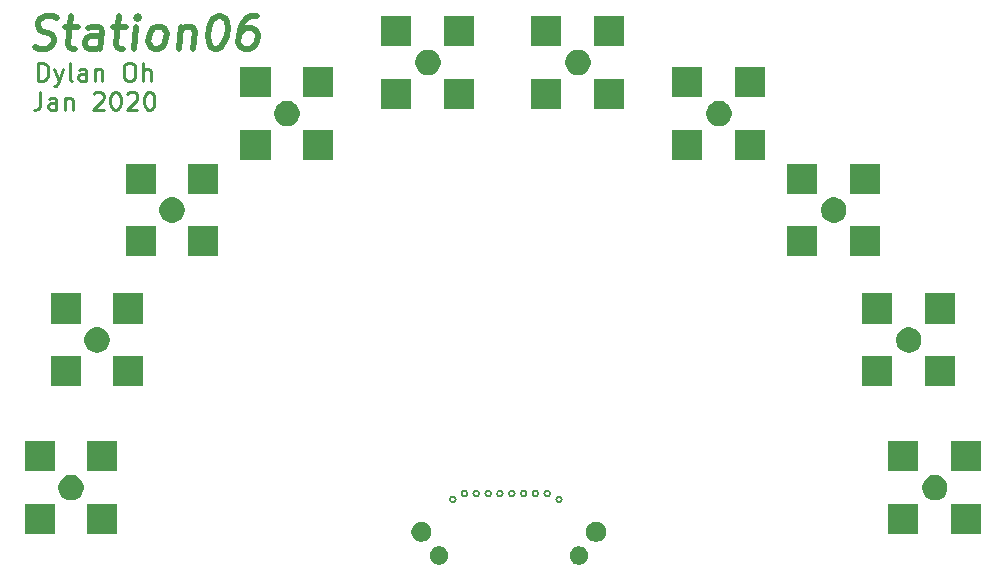
<source format=gbr>
G04 #@! TF.GenerationSoftware,KiCad,Pcbnew,(5.1.5)-3*
G04 #@! TF.CreationDate,2020-01-16T14:49:26-07:00*
G04 #@! TF.ProjectId,Station06,53746174-696f-46e3-9036-2e6b69636164,rev?*
G04 #@! TF.SameCoordinates,Original*
G04 #@! TF.FileFunction,Soldermask,Top*
G04 #@! TF.FilePolarity,Negative*
%FSLAX46Y46*%
G04 Gerber Fmt 4.6, Leading zero omitted, Abs format (unit mm)*
G04 Created by KiCad (PCBNEW (5.1.5)-3) date 2020-01-16 14:49:26*
%MOMM*%
%LPD*%
G04 APERTURE LIST*
%ADD10C,0.225000*%
%ADD11C,0.500000*%
%ADD12C,0.152400*%
%ADD13C,0.100000*%
G04 APERTURE END LIST*
D10*
X100670000Y-60531071D02*
X100670000Y-59031071D01*
X101027142Y-59031071D01*
X101241428Y-59102500D01*
X101384285Y-59245357D01*
X101455714Y-59388214D01*
X101527142Y-59673928D01*
X101527142Y-59888214D01*
X101455714Y-60173928D01*
X101384285Y-60316785D01*
X101241428Y-60459642D01*
X101027142Y-60531071D01*
X100670000Y-60531071D01*
X102027142Y-59531071D02*
X102384285Y-60531071D01*
X102741428Y-59531071D02*
X102384285Y-60531071D01*
X102241428Y-60888214D01*
X102170000Y-60959642D01*
X102027142Y-61031071D01*
X103527142Y-60531071D02*
X103384285Y-60459642D01*
X103312857Y-60316785D01*
X103312857Y-59031071D01*
X104741428Y-60531071D02*
X104741428Y-59745357D01*
X104670000Y-59602500D01*
X104527142Y-59531071D01*
X104241428Y-59531071D01*
X104098571Y-59602500D01*
X104741428Y-60459642D02*
X104598571Y-60531071D01*
X104241428Y-60531071D01*
X104098571Y-60459642D01*
X104027142Y-60316785D01*
X104027142Y-60173928D01*
X104098571Y-60031071D01*
X104241428Y-59959642D01*
X104598571Y-59959642D01*
X104741428Y-59888214D01*
X105455714Y-59531071D02*
X105455714Y-60531071D01*
X105455714Y-59673928D02*
X105527142Y-59602500D01*
X105670000Y-59531071D01*
X105884285Y-59531071D01*
X106027142Y-59602500D01*
X106098571Y-59745357D01*
X106098571Y-60531071D01*
X108241428Y-59031071D02*
X108527142Y-59031071D01*
X108670000Y-59102500D01*
X108812857Y-59245357D01*
X108884285Y-59531071D01*
X108884285Y-60031071D01*
X108812857Y-60316785D01*
X108670000Y-60459642D01*
X108527142Y-60531071D01*
X108241428Y-60531071D01*
X108098571Y-60459642D01*
X107955714Y-60316785D01*
X107884285Y-60031071D01*
X107884285Y-59531071D01*
X107955714Y-59245357D01*
X108098571Y-59102500D01*
X108241428Y-59031071D01*
X109527142Y-60531071D02*
X109527142Y-59031071D01*
X110170000Y-60531071D02*
X110170000Y-59745357D01*
X110098571Y-59602500D01*
X109955714Y-59531071D01*
X109741428Y-59531071D01*
X109598571Y-59602500D01*
X109527142Y-59673928D01*
X100848571Y-61506071D02*
X100848571Y-62577500D01*
X100777142Y-62791785D01*
X100634285Y-62934642D01*
X100420000Y-63006071D01*
X100277142Y-63006071D01*
X102205714Y-63006071D02*
X102205714Y-62220357D01*
X102134285Y-62077500D01*
X101991428Y-62006071D01*
X101705714Y-62006071D01*
X101562857Y-62077500D01*
X102205714Y-62934642D02*
X102062857Y-63006071D01*
X101705714Y-63006071D01*
X101562857Y-62934642D01*
X101491428Y-62791785D01*
X101491428Y-62648928D01*
X101562857Y-62506071D01*
X101705714Y-62434642D01*
X102062857Y-62434642D01*
X102205714Y-62363214D01*
X102920000Y-62006071D02*
X102920000Y-63006071D01*
X102920000Y-62148928D02*
X102991428Y-62077500D01*
X103134285Y-62006071D01*
X103348571Y-62006071D01*
X103491428Y-62077500D01*
X103562857Y-62220357D01*
X103562857Y-63006071D01*
X105348571Y-61648928D02*
X105420000Y-61577500D01*
X105562857Y-61506071D01*
X105920000Y-61506071D01*
X106062857Y-61577500D01*
X106134285Y-61648928D01*
X106205714Y-61791785D01*
X106205714Y-61934642D01*
X106134285Y-62148928D01*
X105277142Y-63006071D01*
X106205714Y-63006071D01*
X107134285Y-61506071D02*
X107277142Y-61506071D01*
X107420000Y-61577500D01*
X107491428Y-61648928D01*
X107562857Y-61791785D01*
X107634285Y-62077500D01*
X107634285Y-62434642D01*
X107562857Y-62720357D01*
X107491428Y-62863214D01*
X107420000Y-62934642D01*
X107277142Y-63006071D01*
X107134285Y-63006071D01*
X106991428Y-62934642D01*
X106920000Y-62863214D01*
X106848571Y-62720357D01*
X106777142Y-62434642D01*
X106777142Y-62077500D01*
X106848571Y-61791785D01*
X106920000Y-61648928D01*
X106991428Y-61577500D01*
X107134285Y-61506071D01*
X108205714Y-61648928D02*
X108277142Y-61577500D01*
X108420000Y-61506071D01*
X108777142Y-61506071D01*
X108920000Y-61577500D01*
X108991428Y-61648928D01*
X109062857Y-61791785D01*
X109062857Y-61934642D01*
X108991428Y-62148928D01*
X108134285Y-63006071D01*
X109062857Y-63006071D01*
X109991428Y-61506071D02*
X110134285Y-61506071D01*
X110277142Y-61577500D01*
X110348571Y-61648928D01*
X110420000Y-61791785D01*
X110491428Y-62077500D01*
X110491428Y-62434642D01*
X110420000Y-62720357D01*
X110348571Y-62863214D01*
X110277142Y-62934642D01*
X110134285Y-63006071D01*
X109991428Y-63006071D01*
X109848571Y-62934642D01*
X109777142Y-62863214D01*
X109705714Y-62720357D01*
X109634285Y-62434642D01*
X109634285Y-62077500D01*
X109705714Y-61791785D01*
X109777142Y-61648928D01*
X109848571Y-61577500D01*
X109991428Y-61506071D01*
D11*
X100381547Y-57693095D02*
X100758035Y-57824047D01*
X101412797Y-57824047D01*
X101691071Y-57693095D01*
X101838392Y-57562142D01*
X102002083Y-57300238D01*
X102034821Y-57038333D01*
X101936607Y-56776428D01*
X101822023Y-56645476D01*
X101576488Y-56514523D01*
X101069047Y-56383571D01*
X100823511Y-56252619D01*
X100708928Y-56121666D01*
X100610714Y-55859761D01*
X100643452Y-55597857D01*
X100807142Y-55335952D01*
X100954464Y-55205000D01*
X101232738Y-55074047D01*
X101887500Y-55074047D01*
X102263988Y-55205000D01*
X102951488Y-55990714D02*
X103999107Y-55990714D01*
X103458928Y-55074047D02*
X103164285Y-57431190D01*
X103262500Y-57693095D01*
X103508035Y-57824047D01*
X103769940Y-57824047D01*
X105865178Y-57824047D02*
X106045238Y-56383571D01*
X105947023Y-56121666D01*
X105701488Y-55990714D01*
X105177678Y-55990714D01*
X104899404Y-56121666D01*
X105881547Y-57693095D02*
X105603273Y-57824047D01*
X104948511Y-57824047D01*
X104702976Y-57693095D01*
X104604761Y-57431190D01*
X104637500Y-57169285D01*
X104801190Y-56907380D01*
X105079464Y-56776428D01*
X105734226Y-56776428D01*
X106012500Y-56645476D01*
X107011011Y-55990714D02*
X108058630Y-55990714D01*
X107518452Y-55074047D02*
X107223809Y-57431190D01*
X107322023Y-57693095D01*
X107567559Y-57824047D01*
X107829464Y-57824047D01*
X108746130Y-57824047D02*
X108975297Y-55990714D01*
X109089880Y-55074047D02*
X108942559Y-55205000D01*
X109057142Y-55335952D01*
X109204464Y-55205000D01*
X109089880Y-55074047D01*
X109057142Y-55335952D01*
X110448511Y-57824047D02*
X110202976Y-57693095D01*
X110088392Y-57562142D01*
X109990178Y-57300238D01*
X110088392Y-56514523D01*
X110252083Y-56252619D01*
X110399404Y-56121666D01*
X110677678Y-55990714D01*
X111070535Y-55990714D01*
X111316071Y-56121666D01*
X111430654Y-56252619D01*
X111528869Y-56514523D01*
X111430654Y-57300238D01*
X111266964Y-57562142D01*
X111119642Y-57693095D01*
X110841369Y-57824047D01*
X110448511Y-57824047D01*
X112772916Y-55990714D02*
X112543750Y-57824047D01*
X112740178Y-56252619D02*
X112887500Y-56121666D01*
X113165773Y-55990714D01*
X113558630Y-55990714D01*
X113804166Y-56121666D01*
X113902380Y-56383571D01*
X113722321Y-57824047D01*
X115899404Y-55074047D02*
X116161309Y-55074047D01*
X116406845Y-55205000D01*
X116521428Y-55335952D01*
X116619642Y-55597857D01*
X116685119Y-56121666D01*
X116603273Y-56776428D01*
X116406845Y-57300238D01*
X116243154Y-57562142D01*
X116095833Y-57693095D01*
X115817559Y-57824047D01*
X115555654Y-57824047D01*
X115310119Y-57693095D01*
X115195535Y-57562142D01*
X115097321Y-57300238D01*
X115031845Y-56776428D01*
X115113690Y-56121666D01*
X115310119Y-55597857D01*
X115473809Y-55335952D01*
X115621130Y-55205000D01*
X115899404Y-55074047D01*
X119173214Y-55074047D02*
X118649404Y-55074047D01*
X118371130Y-55205000D01*
X118223809Y-55335952D01*
X117912797Y-55728809D01*
X117716369Y-56252619D01*
X117585416Y-57300238D01*
X117683630Y-57562142D01*
X117798214Y-57693095D01*
X118043750Y-57824047D01*
X118567559Y-57824047D01*
X118845833Y-57693095D01*
X118993154Y-57562142D01*
X119156845Y-57300238D01*
X119238690Y-56645476D01*
X119140476Y-56383571D01*
X119025892Y-56252619D01*
X118780357Y-56121666D01*
X118256547Y-56121666D01*
X117978273Y-56252619D01*
X117830952Y-56383571D01*
X117667261Y-56645476D01*
D12*
X144991300Y-96000000D02*
G75*
G03X144991300Y-96000000I-241300J0D01*
G01*
X143991300Y-95500000D02*
G75*
G03X143991300Y-95500000I-241300J0D01*
G01*
X142991300Y-95500000D02*
G75*
G03X142991300Y-95500000I-241300J0D01*
G01*
X141991300Y-95500000D02*
G75*
G03X141991300Y-95500000I-241300J0D01*
G01*
X140991300Y-95500000D02*
G75*
G03X140991300Y-95500000I-241300J0D01*
G01*
X139991300Y-95500000D02*
G75*
G03X139991300Y-95500000I-241300J0D01*
G01*
X138991300Y-95500000D02*
G75*
G03X138991300Y-95500000I-241300J0D01*
G01*
X137991300Y-95500000D02*
G75*
G03X137991300Y-95500000I-241300J0D01*
G01*
X136991300Y-95500000D02*
G75*
G03X136991300Y-95500000I-241300J0D01*
G01*
X135991300Y-96000000D02*
G75*
G03X135991300Y-96000000I-241300J0D01*
G01*
D13*
G36*
X146646348Y-99993820D02*
G01*
X146646350Y-99993821D01*
X146646351Y-99993821D01*
X146787574Y-100052317D01*
X146787577Y-100052319D01*
X146914669Y-100137239D01*
X147022761Y-100245331D01*
X147107681Y-100372423D01*
X147107683Y-100372426D01*
X147166179Y-100513649D01*
X147196000Y-100663571D01*
X147196000Y-100816429D01*
X147166179Y-100966351D01*
X147107683Y-101107574D01*
X147107681Y-101107577D01*
X147022761Y-101234669D01*
X146914669Y-101342761D01*
X146787577Y-101427681D01*
X146787574Y-101427683D01*
X146646351Y-101486179D01*
X146646350Y-101486179D01*
X146646348Y-101486180D01*
X146496431Y-101516000D01*
X146343569Y-101516000D01*
X146193652Y-101486180D01*
X146193650Y-101486179D01*
X146193649Y-101486179D01*
X146052426Y-101427683D01*
X146052423Y-101427681D01*
X145925331Y-101342761D01*
X145817239Y-101234669D01*
X145732319Y-101107577D01*
X145732317Y-101107574D01*
X145673821Y-100966351D01*
X145644000Y-100816429D01*
X145644000Y-100663571D01*
X145673821Y-100513649D01*
X145732317Y-100372426D01*
X145732319Y-100372423D01*
X145817239Y-100245331D01*
X145925331Y-100137239D01*
X146052423Y-100052319D01*
X146052426Y-100052317D01*
X146193649Y-99993821D01*
X146193650Y-99993821D01*
X146193652Y-99993820D01*
X146343569Y-99964000D01*
X146496431Y-99964000D01*
X146646348Y-99993820D01*
G37*
G36*
X134806348Y-99993820D02*
G01*
X134806350Y-99993821D01*
X134806351Y-99993821D01*
X134947574Y-100052317D01*
X134947577Y-100052319D01*
X135074669Y-100137239D01*
X135182761Y-100245331D01*
X135267681Y-100372423D01*
X135267683Y-100372426D01*
X135326179Y-100513649D01*
X135356000Y-100663571D01*
X135356000Y-100816429D01*
X135326179Y-100966351D01*
X135267683Y-101107574D01*
X135267681Y-101107577D01*
X135182761Y-101234669D01*
X135074669Y-101342761D01*
X134947577Y-101427681D01*
X134947574Y-101427683D01*
X134806351Y-101486179D01*
X134806350Y-101486179D01*
X134806348Y-101486180D01*
X134656431Y-101516000D01*
X134503569Y-101516000D01*
X134353652Y-101486180D01*
X134353650Y-101486179D01*
X134353649Y-101486179D01*
X134212426Y-101427683D01*
X134212423Y-101427681D01*
X134085331Y-101342761D01*
X133977239Y-101234669D01*
X133892319Y-101107577D01*
X133892317Y-101107574D01*
X133833821Y-100966351D01*
X133804000Y-100816429D01*
X133804000Y-100663571D01*
X133833821Y-100513649D01*
X133892317Y-100372426D01*
X133892319Y-100372423D01*
X133977239Y-100245331D01*
X134085331Y-100137239D01*
X134212423Y-100052319D01*
X134212426Y-100052317D01*
X134353649Y-99993821D01*
X134353650Y-99993821D01*
X134353652Y-99993820D01*
X134503569Y-99964000D01*
X134656431Y-99964000D01*
X134806348Y-99993820D01*
G37*
G36*
X148143228Y-97921703D02*
G01*
X148298100Y-97985853D01*
X148437481Y-98078985D01*
X148556015Y-98197519D01*
X148649147Y-98336900D01*
X148713297Y-98491772D01*
X148746000Y-98656184D01*
X148746000Y-98823816D01*
X148713297Y-98988228D01*
X148649147Y-99143100D01*
X148556015Y-99282481D01*
X148437481Y-99401015D01*
X148298100Y-99494147D01*
X148143228Y-99558297D01*
X147978816Y-99591000D01*
X147811184Y-99591000D01*
X147646772Y-99558297D01*
X147491900Y-99494147D01*
X147352519Y-99401015D01*
X147233985Y-99282481D01*
X147140853Y-99143100D01*
X147076703Y-98988228D01*
X147044000Y-98823816D01*
X147044000Y-98656184D01*
X147076703Y-98491772D01*
X147140853Y-98336900D01*
X147233985Y-98197519D01*
X147352519Y-98078985D01*
X147491900Y-97985853D01*
X147646772Y-97921703D01*
X147811184Y-97889000D01*
X147978816Y-97889000D01*
X148143228Y-97921703D01*
G37*
G36*
X133353228Y-97921703D02*
G01*
X133508100Y-97985853D01*
X133647481Y-98078985D01*
X133766015Y-98197519D01*
X133859147Y-98336900D01*
X133923297Y-98491772D01*
X133956000Y-98656184D01*
X133956000Y-98823816D01*
X133923297Y-98988228D01*
X133859147Y-99143100D01*
X133766015Y-99282481D01*
X133647481Y-99401015D01*
X133508100Y-99494147D01*
X133353228Y-99558297D01*
X133188816Y-99591000D01*
X133021184Y-99591000D01*
X132856772Y-99558297D01*
X132701900Y-99494147D01*
X132562519Y-99401015D01*
X132443985Y-99282481D01*
X132350853Y-99143100D01*
X132286703Y-98988228D01*
X132254000Y-98823816D01*
X132254000Y-98656184D01*
X132286703Y-98491772D01*
X132350853Y-98336900D01*
X132443985Y-98197519D01*
X132562519Y-98078985D01*
X132701900Y-97985853D01*
X132856772Y-97921703D01*
X133021184Y-97889000D01*
X133188816Y-97889000D01*
X133353228Y-97921703D01*
G37*
G36*
X107363000Y-98931000D02*
G01*
X104821000Y-98931000D01*
X104821000Y-96389000D01*
X107363000Y-96389000D01*
X107363000Y-98931000D01*
G37*
G36*
X102043000Y-98931000D02*
G01*
X99501000Y-98931000D01*
X99501000Y-96389000D01*
X102043000Y-96389000D01*
X102043000Y-98931000D01*
G37*
G36*
X175179000Y-98931000D02*
G01*
X172637000Y-98931000D01*
X172637000Y-96389000D01*
X175179000Y-96389000D01*
X175179000Y-98931000D01*
G37*
G36*
X180499000Y-98931000D02*
G01*
X177957000Y-98931000D01*
X177957000Y-96389000D01*
X180499000Y-96389000D01*
X180499000Y-98931000D01*
G37*
G36*
X103607271Y-93937783D02*
G01*
X103745858Y-93965350D01*
X103941677Y-94046461D01*
X104117910Y-94164216D01*
X104267784Y-94314090D01*
X104385539Y-94490323D01*
X104466650Y-94686142D01*
X104508000Y-94894023D01*
X104508000Y-95105977D01*
X104466650Y-95313858D01*
X104385539Y-95509677D01*
X104267784Y-95685910D01*
X104117910Y-95835784D01*
X103941677Y-95953539D01*
X103745858Y-96034650D01*
X103607271Y-96062217D01*
X103537978Y-96076000D01*
X103326022Y-96076000D01*
X103256729Y-96062217D01*
X103118142Y-96034650D01*
X102922323Y-95953539D01*
X102746090Y-95835784D01*
X102596216Y-95685910D01*
X102478461Y-95509677D01*
X102397350Y-95313858D01*
X102356000Y-95105977D01*
X102356000Y-94894023D01*
X102397350Y-94686142D01*
X102478461Y-94490323D01*
X102596216Y-94314090D01*
X102746090Y-94164216D01*
X102922323Y-94046461D01*
X103118142Y-93965350D01*
X103256729Y-93937783D01*
X103326022Y-93924000D01*
X103537978Y-93924000D01*
X103607271Y-93937783D01*
G37*
G36*
X176743271Y-93937783D02*
G01*
X176881858Y-93965350D01*
X177077677Y-94046461D01*
X177253910Y-94164216D01*
X177403784Y-94314090D01*
X177521539Y-94490323D01*
X177602650Y-94686142D01*
X177644000Y-94894023D01*
X177644000Y-95105977D01*
X177602650Y-95313858D01*
X177521539Y-95509677D01*
X177403784Y-95685910D01*
X177253910Y-95835784D01*
X177077677Y-95953539D01*
X176881858Y-96034650D01*
X176743271Y-96062217D01*
X176673978Y-96076000D01*
X176462022Y-96076000D01*
X176392729Y-96062217D01*
X176254142Y-96034650D01*
X176058323Y-95953539D01*
X175882090Y-95835784D01*
X175732216Y-95685910D01*
X175614461Y-95509677D01*
X175533350Y-95313858D01*
X175492000Y-95105977D01*
X175492000Y-94894023D01*
X175533350Y-94686142D01*
X175614461Y-94490323D01*
X175732216Y-94314090D01*
X175882090Y-94164216D01*
X176058323Y-94046461D01*
X176254142Y-93965350D01*
X176392729Y-93937783D01*
X176462022Y-93924000D01*
X176673978Y-93924000D01*
X176743271Y-93937783D01*
G37*
G36*
X175179000Y-93611000D02*
G01*
X172637000Y-93611000D01*
X172637000Y-91069000D01*
X175179000Y-91069000D01*
X175179000Y-93611000D01*
G37*
G36*
X102043000Y-93611000D02*
G01*
X99501000Y-93611000D01*
X99501000Y-91069000D01*
X102043000Y-91069000D01*
X102043000Y-93611000D01*
G37*
G36*
X107363000Y-93611000D02*
G01*
X104821000Y-93611000D01*
X104821000Y-91069000D01*
X107363000Y-91069000D01*
X107363000Y-93611000D01*
G37*
G36*
X180499000Y-93611000D02*
G01*
X177957000Y-93611000D01*
X177957000Y-91069000D01*
X180499000Y-91069000D01*
X180499000Y-93611000D01*
G37*
G36*
X178294000Y-86424000D02*
G01*
X175752000Y-86424000D01*
X175752000Y-83882000D01*
X178294000Y-83882000D01*
X178294000Y-86424000D01*
G37*
G36*
X172974000Y-86424000D02*
G01*
X170432000Y-86424000D01*
X170432000Y-83882000D01*
X172974000Y-83882000D01*
X172974000Y-86424000D01*
G37*
G36*
X109568000Y-86424000D02*
G01*
X107026000Y-86424000D01*
X107026000Y-83882000D01*
X109568000Y-83882000D01*
X109568000Y-86424000D01*
G37*
G36*
X104248000Y-86424000D02*
G01*
X101706000Y-86424000D01*
X101706000Y-83882000D01*
X104248000Y-83882000D01*
X104248000Y-86424000D01*
G37*
G36*
X174538271Y-81430783D02*
G01*
X174676858Y-81458350D01*
X174872677Y-81539461D01*
X175048910Y-81657216D01*
X175198784Y-81807090D01*
X175316539Y-81983323D01*
X175397650Y-82179142D01*
X175439000Y-82387023D01*
X175439000Y-82598977D01*
X175397650Y-82806858D01*
X175316539Y-83002677D01*
X175198784Y-83178910D01*
X175048910Y-83328784D01*
X174872677Y-83446539D01*
X174676858Y-83527650D01*
X174538271Y-83555217D01*
X174468978Y-83569000D01*
X174257022Y-83569000D01*
X174187729Y-83555217D01*
X174049142Y-83527650D01*
X173853323Y-83446539D01*
X173677090Y-83328784D01*
X173527216Y-83178910D01*
X173409461Y-83002677D01*
X173328350Y-82806858D01*
X173287000Y-82598977D01*
X173287000Y-82387023D01*
X173328350Y-82179142D01*
X173409461Y-81983323D01*
X173527216Y-81807090D01*
X173677090Y-81657216D01*
X173853323Y-81539461D01*
X174049142Y-81458350D01*
X174187729Y-81430783D01*
X174257022Y-81417000D01*
X174468978Y-81417000D01*
X174538271Y-81430783D01*
G37*
G36*
X105812271Y-81430783D02*
G01*
X105950858Y-81458350D01*
X106146677Y-81539461D01*
X106322910Y-81657216D01*
X106472784Y-81807090D01*
X106590539Y-81983323D01*
X106671650Y-82179142D01*
X106713000Y-82387023D01*
X106713000Y-82598977D01*
X106671650Y-82806858D01*
X106590539Y-83002677D01*
X106472784Y-83178910D01*
X106322910Y-83328784D01*
X106146677Y-83446539D01*
X105950858Y-83527650D01*
X105812271Y-83555217D01*
X105742978Y-83569000D01*
X105531022Y-83569000D01*
X105461729Y-83555217D01*
X105323142Y-83527650D01*
X105127323Y-83446539D01*
X104951090Y-83328784D01*
X104801216Y-83178910D01*
X104683461Y-83002677D01*
X104602350Y-82806858D01*
X104561000Y-82598977D01*
X104561000Y-82387023D01*
X104602350Y-82179142D01*
X104683461Y-81983323D01*
X104801216Y-81807090D01*
X104951090Y-81657216D01*
X105127323Y-81539461D01*
X105323142Y-81458350D01*
X105461729Y-81430783D01*
X105531022Y-81417000D01*
X105742978Y-81417000D01*
X105812271Y-81430783D01*
G37*
G36*
X104248000Y-81104000D02*
G01*
X101706000Y-81104000D01*
X101706000Y-78562000D01*
X104248000Y-78562000D01*
X104248000Y-81104000D01*
G37*
G36*
X109568000Y-81104000D02*
G01*
X107026000Y-81104000D01*
X107026000Y-78562000D01*
X109568000Y-78562000D01*
X109568000Y-81104000D01*
G37*
G36*
X172974000Y-81104000D02*
G01*
X170432000Y-81104000D01*
X170432000Y-78562000D01*
X172974000Y-78562000D01*
X172974000Y-81104000D01*
G37*
G36*
X178294000Y-81104000D02*
G01*
X175752000Y-81104000D01*
X175752000Y-78562000D01*
X178294000Y-78562000D01*
X178294000Y-81104000D01*
G37*
G36*
X171944000Y-75425000D02*
G01*
X169402000Y-75425000D01*
X169402000Y-72883000D01*
X171944000Y-72883000D01*
X171944000Y-75425000D01*
G37*
G36*
X166624000Y-75425000D02*
G01*
X164082000Y-75425000D01*
X164082000Y-72883000D01*
X166624000Y-72883000D01*
X166624000Y-75425000D01*
G37*
G36*
X110598000Y-75425000D02*
G01*
X108056000Y-75425000D01*
X108056000Y-72883000D01*
X110598000Y-72883000D01*
X110598000Y-75425000D01*
G37*
G36*
X115918000Y-75425000D02*
G01*
X113376000Y-75425000D01*
X113376000Y-72883000D01*
X115918000Y-72883000D01*
X115918000Y-75425000D01*
G37*
G36*
X168188271Y-70431783D02*
G01*
X168326858Y-70459350D01*
X168522677Y-70540461D01*
X168698910Y-70658216D01*
X168848784Y-70808090D01*
X168966539Y-70984323D01*
X169047650Y-71180142D01*
X169089000Y-71388023D01*
X169089000Y-71599977D01*
X169047650Y-71807858D01*
X168966539Y-72003677D01*
X168848784Y-72179910D01*
X168698910Y-72329784D01*
X168522677Y-72447539D01*
X168326858Y-72528650D01*
X168188271Y-72556217D01*
X168118978Y-72570000D01*
X167907022Y-72570000D01*
X167837729Y-72556217D01*
X167699142Y-72528650D01*
X167503323Y-72447539D01*
X167327090Y-72329784D01*
X167177216Y-72179910D01*
X167059461Y-72003677D01*
X166978350Y-71807858D01*
X166937000Y-71599977D01*
X166937000Y-71388023D01*
X166978350Y-71180142D01*
X167059461Y-70984323D01*
X167177216Y-70808090D01*
X167327090Y-70658216D01*
X167503323Y-70540461D01*
X167699142Y-70459350D01*
X167837729Y-70431783D01*
X167907022Y-70418000D01*
X168118978Y-70418000D01*
X168188271Y-70431783D01*
G37*
G36*
X112162271Y-70431783D02*
G01*
X112300858Y-70459350D01*
X112496677Y-70540461D01*
X112672910Y-70658216D01*
X112822784Y-70808090D01*
X112940539Y-70984323D01*
X113021650Y-71180142D01*
X113063000Y-71388023D01*
X113063000Y-71599977D01*
X113021650Y-71807858D01*
X112940539Y-72003677D01*
X112822784Y-72179910D01*
X112672910Y-72329784D01*
X112496677Y-72447539D01*
X112300858Y-72528650D01*
X112162271Y-72556217D01*
X112092978Y-72570000D01*
X111881022Y-72570000D01*
X111811729Y-72556217D01*
X111673142Y-72528650D01*
X111477323Y-72447539D01*
X111301090Y-72329784D01*
X111151216Y-72179910D01*
X111033461Y-72003677D01*
X110952350Y-71807858D01*
X110911000Y-71599977D01*
X110911000Y-71388023D01*
X110952350Y-71180142D01*
X111033461Y-70984323D01*
X111151216Y-70808090D01*
X111301090Y-70658216D01*
X111477323Y-70540461D01*
X111673142Y-70459350D01*
X111811729Y-70431783D01*
X111881022Y-70418000D01*
X112092978Y-70418000D01*
X112162271Y-70431783D01*
G37*
G36*
X110598000Y-70105000D02*
G01*
X108056000Y-70105000D01*
X108056000Y-67563000D01*
X110598000Y-67563000D01*
X110598000Y-70105000D01*
G37*
G36*
X115918000Y-70105000D02*
G01*
X113376000Y-70105000D01*
X113376000Y-67563000D01*
X115918000Y-67563000D01*
X115918000Y-70105000D01*
G37*
G36*
X171944000Y-70105000D02*
G01*
X169402000Y-70105000D01*
X169402000Y-67563000D01*
X171944000Y-67563000D01*
X171944000Y-70105000D01*
G37*
G36*
X166624000Y-70105000D02*
G01*
X164082000Y-70105000D01*
X164082000Y-67563000D01*
X166624000Y-67563000D01*
X166624000Y-70105000D01*
G37*
G36*
X120327000Y-67262000D02*
G01*
X117785000Y-67262000D01*
X117785000Y-64720000D01*
X120327000Y-64720000D01*
X120327000Y-67262000D01*
G37*
G36*
X156895000Y-67262000D02*
G01*
X154353000Y-67262000D01*
X154353000Y-64720000D01*
X156895000Y-64720000D01*
X156895000Y-67262000D01*
G37*
G36*
X125647000Y-67262000D02*
G01*
X123105000Y-67262000D01*
X123105000Y-64720000D01*
X125647000Y-64720000D01*
X125647000Y-67262000D01*
G37*
G36*
X162215000Y-67262000D02*
G01*
X159673000Y-67262000D01*
X159673000Y-64720000D01*
X162215000Y-64720000D01*
X162215000Y-67262000D01*
G37*
G36*
X158459271Y-62268783D02*
G01*
X158597858Y-62296350D01*
X158793677Y-62377461D01*
X158969910Y-62495216D01*
X159119784Y-62645090D01*
X159237539Y-62821323D01*
X159318650Y-63017142D01*
X159360000Y-63225023D01*
X159360000Y-63436977D01*
X159318650Y-63644858D01*
X159237539Y-63840677D01*
X159119784Y-64016910D01*
X158969910Y-64166784D01*
X158793677Y-64284539D01*
X158597858Y-64365650D01*
X158459271Y-64393217D01*
X158389978Y-64407000D01*
X158178022Y-64407000D01*
X158108729Y-64393217D01*
X157970142Y-64365650D01*
X157774323Y-64284539D01*
X157598090Y-64166784D01*
X157448216Y-64016910D01*
X157330461Y-63840677D01*
X157249350Y-63644858D01*
X157208000Y-63436977D01*
X157208000Y-63225023D01*
X157249350Y-63017142D01*
X157330461Y-62821323D01*
X157448216Y-62645090D01*
X157598090Y-62495216D01*
X157774323Y-62377461D01*
X157970142Y-62296350D01*
X158108729Y-62268783D01*
X158178022Y-62255000D01*
X158389978Y-62255000D01*
X158459271Y-62268783D01*
G37*
G36*
X121891271Y-62268783D02*
G01*
X122029858Y-62296350D01*
X122225677Y-62377461D01*
X122401910Y-62495216D01*
X122551784Y-62645090D01*
X122669539Y-62821323D01*
X122750650Y-63017142D01*
X122792000Y-63225023D01*
X122792000Y-63436977D01*
X122750650Y-63644858D01*
X122669539Y-63840677D01*
X122551784Y-64016910D01*
X122401910Y-64166784D01*
X122225677Y-64284539D01*
X122029858Y-64365650D01*
X121891271Y-64393217D01*
X121821978Y-64407000D01*
X121610022Y-64407000D01*
X121540729Y-64393217D01*
X121402142Y-64365650D01*
X121206323Y-64284539D01*
X121030090Y-64166784D01*
X120880216Y-64016910D01*
X120762461Y-63840677D01*
X120681350Y-63644858D01*
X120640000Y-63436977D01*
X120640000Y-63225023D01*
X120681350Y-63017142D01*
X120762461Y-62821323D01*
X120880216Y-62645090D01*
X121030090Y-62495216D01*
X121206323Y-62377461D01*
X121402142Y-62296350D01*
X121540729Y-62268783D01*
X121610022Y-62255000D01*
X121821978Y-62255000D01*
X121891271Y-62268783D01*
G37*
G36*
X132261000Y-62918000D02*
G01*
X129719000Y-62918000D01*
X129719000Y-60376000D01*
X132261000Y-60376000D01*
X132261000Y-62918000D01*
G37*
G36*
X144961000Y-62918000D02*
G01*
X142419000Y-62918000D01*
X142419000Y-60376000D01*
X144961000Y-60376000D01*
X144961000Y-62918000D01*
G37*
G36*
X150281000Y-62918000D02*
G01*
X147739000Y-62918000D01*
X147739000Y-60376000D01*
X150281000Y-60376000D01*
X150281000Y-62918000D01*
G37*
G36*
X137581000Y-62918000D02*
G01*
X135039000Y-62918000D01*
X135039000Y-60376000D01*
X137581000Y-60376000D01*
X137581000Y-62918000D01*
G37*
G36*
X120327000Y-61942000D02*
G01*
X117785000Y-61942000D01*
X117785000Y-59400000D01*
X120327000Y-59400000D01*
X120327000Y-61942000D01*
G37*
G36*
X125647000Y-61942000D02*
G01*
X123105000Y-61942000D01*
X123105000Y-59400000D01*
X125647000Y-59400000D01*
X125647000Y-61942000D01*
G37*
G36*
X156895000Y-61942000D02*
G01*
X154353000Y-61942000D01*
X154353000Y-59400000D01*
X156895000Y-59400000D01*
X156895000Y-61942000D01*
G37*
G36*
X162215000Y-61942000D02*
G01*
X159673000Y-61942000D01*
X159673000Y-59400000D01*
X162215000Y-59400000D01*
X162215000Y-61942000D01*
G37*
G36*
X133825271Y-57924783D02*
G01*
X133963858Y-57952350D01*
X134159677Y-58033461D01*
X134335910Y-58151216D01*
X134485784Y-58301090D01*
X134603539Y-58477323D01*
X134684650Y-58673142D01*
X134726000Y-58881023D01*
X134726000Y-59092977D01*
X134684650Y-59300858D01*
X134603539Y-59496677D01*
X134485784Y-59672910D01*
X134335910Y-59822784D01*
X134159677Y-59940539D01*
X133963858Y-60021650D01*
X133825271Y-60049217D01*
X133755978Y-60063000D01*
X133544022Y-60063000D01*
X133474729Y-60049217D01*
X133336142Y-60021650D01*
X133140323Y-59940539D01*
X132964090Y-59822784D01*
X132814216Y-59672910D01*
X132696461Y-59496677D01*
X132615350Y-59300858D01*
X132574000Y-59092977D01*
X132574000Y-58881023D01*
X132615350Y-58673142D01*
X132696461Y-58477323D01*
X132814216Y-58301090D01*
X132964090Y-58151216D01*
X133140323Y-58033461D01*
X133336142Y-57952350D01*
X133474729Y-57924783D01*
X133544022Y-57911000D01*
X133755978Y-57911000D01*
X133825271Y-57924783D01*
G37*
G36*
X146525271Y-57924783D02*
G01*
X146663858Y-57952350D01*
X146859677Y-58033461D01*
X147035910Y-58151216D01*
X147185784Y-58301090D01*
X147303539Y-58477323D01*
X147384650Y-58673142D01*
X147426000Y-58881023D01*
X147426000Y-59092977D01*
X147384650Y-59300858D01*
X147303539Y-59496677D01*
X147185784Y-59672910D01*
X147035910Y-59822784D01*
X146859677Y-59940539D01*
X146663858Y-60021650D01*
X146525271Y-60049217D01*
X146455978Y-60063000D01*
X146244022Y-60063000D01*
X146174729Y-60049217D01*
X146036142Y-60021650D01*
X145840323Y-59940539D01*
X145664090Y-59822784D01*
X145514216Y-59672910D01*
X145396461Y-59496677D01*
X145315350Y-59300858D01*
X145274000Y-59092977D01*
X145274000Y-58881023D01*
X145315350Y-58673142D01*
X145396461Y-58477323D01*
X145514216Y-58301090D01*
X145664090Y-58151216D01*
X145840323Y-58033461D01*
X146036142Y-57952350D01*
X146174729Y-57924783D01*
X146244022Y-57911000D01*
X146455978Y-57911000D01*
X146525271Y-57924783D01*
G37*
G36*
X144961000Y-57598000D02*
G01*
X142419000Y-57598000D01*
X142419000Y-55056000D01*
X144961000Y-55056000D01*
X144961000Y-57598000D01*
G37*
G36*
X137581000Y-57598000D02*
G01*
X135039000Y-57598000D01*
X135039000Y-55056000D01*
X137581000Y-55056000D01*
X137581000Y-57598000D01*
G37*
G36*
X150281000Y-57598000D02*
G01*
X147739000Y-57598000D01*
X147739000Y-55056000D01*
X150281000Y-55056000D01*
X150281000Y-57598000D01*
G37*
G36*
X132261000Y-57598000D02*
G01*
X129719000Y-57598000D01*
X129719000Y-55056000D01*
X132261000Y-55056000D01*
X132261000Y-57598000D01*
G37*
M02*

</source>
